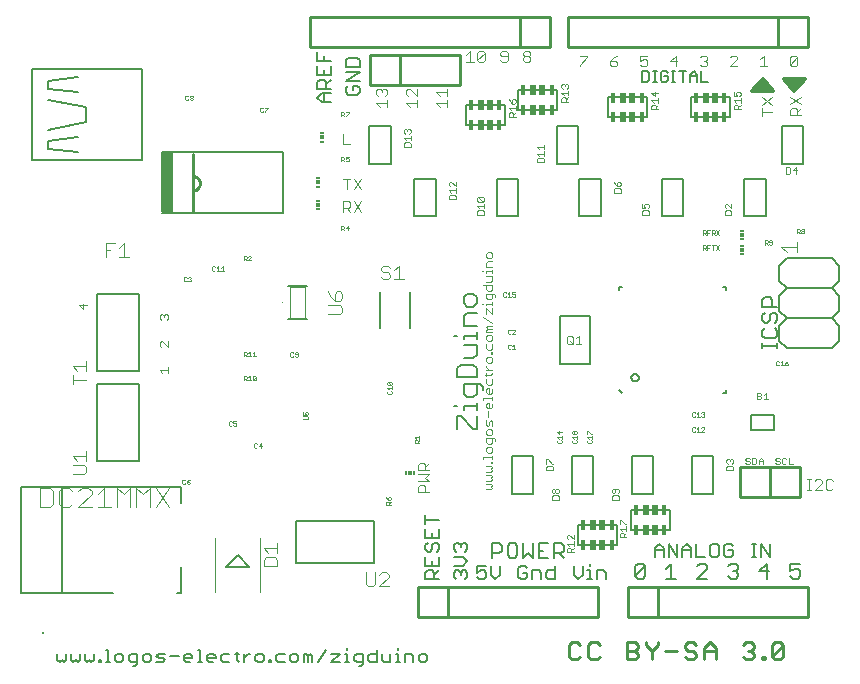
<source format=gto>
G75*
G70*
%OFA0B0*%
%FSLAX24Y24*%
%IPPOS*%
%LPD*%
%AMOC8*
5,1,8,0,0,1.08239X$1,22.5*
%
%ADD10C,0.0050*%
%ADD11C,0.0040*%
%ADD12C,0.0060*%
%ADD13C,0.0080*%
%ADD14C,0.0100*%
%ADD15C,0.0120*%
%ADD16C,0.0110*%
%ADD17C,0.0030*%
%ADD18C,0.0020*%
%ADD19C,0.0002*%
%ADD20C,0.0010*%
%ADD21R,0.0059X0.0118*%
%ADD22R,0.0118X0.0118*%
%ADD23R,0.0118X0.0059*%
%ADD24R,0.0384X0.2047*%
%ADD25C,0.0070*%
%ADD26C,0.0004*%
%ADD27C,0.0030*%
%ADD28R,0.0150X0.0350*%
%ADD29R,0.0200X0.0350*%
D10*
X000137Y002640D02*
X003197Y002640D01*
X001507Y002650D02*
X001507Y006180D01*
X000137Y006180D01*
X000137Y002640D01*
X001507Y006180D02*
X005447Y006180D01*
X005447Y005640D01*
X005447Y003515D02*
X005447Y002640D01*
X005322Y002640D01*
X013610Y003110D02*
X013610Y003335D01*
X013685Y003411D01*
X013835Y003411D01*
X013910Y003335D01*
X013910Y003110D01*
X014060Y003110D02*
X013610Y003110D01*
X013910Y003260D02*
X014060Y003411D01*
X014060Y003571D02*
X014060Y003871D01*
X013985Y004031D02*
X014060Y004106D01*
X014060Y004256D01*
X013985Y004331D01*
X013910Y004331D01*
X013835Y004256D01*
X013835Y004106D01*
X013760Y004031D01*
X013685Y004031D01*
X013610Y004106D01*
X013610Y004256D01*
X013685Y004331D01*
X013610Y004491D02*
X014060Y004491D01*
X014060Y004792D01*
X013835Y004641D02*
X013835Y004491D01*
X013610Y004491D02*
X013610Y004792D01*
X013610Y004952D02*
X013610Y005252D01*
X013610Y005102D02*
X014060Y005102D01*
X014635Y004331D02*
X014710Y004331D01*
X014785Y004256D01*
X014860Y004331D01*
X014935Y004331D01*
X015010Y004256D01*
X015010Y004106D01*
X014935Y004031D01*
X014860Y003871D02*
X014560Y003871D01*
X014635Y004031D02*
X014560Y004106D01*
X014560Y004256D01*
X014635Y004331D01*
X014785Y004256D02*
X014785Y004181D01*
X014860Y003871D02*
X015010Y003721D01*
X014860Y003571D01*
X014560Y003571D01*
X014635Y003411D02*
X014710Y003411D01*
X014785Y003335D01*
X014860Y003411D01*
X014935Y003411D01*
X015010Y003335D01*
X015010Y003185D01*
X014935Y003110D01*
X014785Y003260D02*
X014785Y003335D01*
X014635Y003411D02*
X014560Y003335D01*
X014560Y003185D01*
X014635Y003110D01*
X014060Y003571D02*
X013610Y003571D01*
X013610Y003871D01*
X013835Y003721D02*
X013835Y003571D01*
X015325Y003561D02*
X015325Y003335D01*
X015475Y003411D01*
X015550Y003411D01*
X015625Y003335D01*
X015625Y003185D01*
X015550Y003110D01*
X015400Y003110D01*
X015325Y003185D01*
X015325Y003561D02*
X015625Y003561D01*
X015785Y003561D02*
X015785Y003260D01*
X015935Y003110D01*
X016086Y003260D01*
X016086Y003561D01*
X016706Y003486D02*
X016706Y003185D01*
X016781Y003110D01*
X016931Y003110D01*
X017006Y003185D01*
X017006Y003335D01*
X016856Y003335D01*
X016706Y003486D02*
X016781Y003561D01*
X016931Y003561D01*
X017006Y003486D01*
X017166Y003411D02*
X017391Y003411D01*
X017467Y003335D01*
X017467Y003110D01*
X017627Y003185D02*
X017627Y003335D01*
X017702Y003411D01*
X017927Y003411D01*
X017927Y003561D02*
X017927Y003110D01*
X017702Y003110D01*
X017627Y003185D01*
X017166Y003110D02*
X017166Y003411D01*
X018547Y003561D02*
X018547Y003260D01*
X018698Y003110D01*
X018848Y003260D01*
X018848Y003561D01*
X019008Y003411D02*
X019083Y003411D01*
X019083Y003110D01*
X019008Y003110D02*
X019158Y003110D01*
X019315Y003110D02*
X019315Y003411D01*
X019540Y003411D01*
X019615Y003335D01*
X019615Y003110D01*
X019083Y003561D02*
X019083Y003636D01*
X018697Y004256D02*
X019996Y004256D01*
X019996Y004925D01*
X018697Y004925D01*
X018697Y004256D01*
X020447Y004756D02*
X021746Y004756D01*
X021746Y005425D01*
X020447Y005425D01*
X020447Y004756D01*
X020492Y005961D02*
X021201Y005961D01*
X021201Y007220D01*
X020492Y007220D01*
X020492Y005961D01*
X019201Y005961D02*
X018492Y005961D01*
X018492Y007220D01*
X019201Y007220D01*
X019201Y005961D01*
X017201Y005961D02*
X016492Y005961D01*
X016492Y007220D01*
X017201Y007220D01*
X017201Y005961D01*
X020173Y009319D02*
X020075Y009417D01*
X020472Y009840D02*
X020474Y009862D01*
X020480Y009883D01*
X020489Y009902D01*
X020501Y009920D01*
X020517Y009936D01*
X020534Y009948D01*
X020554Y009957D01*
X020575Y009963D01*
X020597Y009965D01*
X020619Y009963D01*
X020640Y009957D01*
X020659Y009948D01*
X020677Y009936D01*
X020693Y009920D01*
X020705Y009902D01*
X020714Y009883D01*
X020720Y009862D01*
X020722Y009840D01*
X020720Y009818D01*
X020714Y009797D01*
X020705Y009778D01*
X020693Y009760D01*
X020677Y009744D01*
X020660Y009732D01*
X020640Y009723D01*
X020619Y009717D01*
X020597Y009715D01*
X020575Y009717D01*
X020554Y009723D01*
X020534Y009732D01*
X020517Y009744D01*
X020501Y009760D01*
X020489Y009777D01*
X020480Y009797D01*
X020474Y009818D01*
X020472Y009840D01*
X019089Y010303D02*
X018104Y010303D01*
X018104Y011878D01*
X019089Y011878D01*
X019089Y010303D01*
X020075Y012764D02*
X020075Y012862D01*
X020173Y012862D01*
X019451Y015211D02*
X018742Y015211D01*
X018742Y016470D01*
X019451Y016470D01*
X019451Y015211D01*
X021492Y015211D02*
X022201Y015211D01*
X022201Y016470D01*
X021492Y016470D01*
X021492Y015211D01*
X024242Y015211D02*
X024951Y015211D01*
X024951Y016470D01*
X024242Y016470D01*
X024242Y015211D01*
X025492Y016961D02*
X025492Y018220D01*
X026201Y018220D01*
X026201Y016961D01*
X025492Y016961D01*
X023746Y018506D02*
X022447Y018506D01*
X022447Y019175D01*
X023746Y019175D01*
X023746Y018506D01*
X023034Y019701D02*
X022800Y019701D01*
X022800Y020052D01*
X022665Y019935D02*
X022665Y019701D01*
X022665Y019876D02*
X022432Y019876D01*
X022432Y019935D02*
X022549Y020052D01*
X022665Y019935D01*
X022432Y019935D02*
X022432Y019701D01*
X022180Y019701D02*
X022180Y020052D01*
X022064Y020052D02*
X022297Y020052D01*
X021935Y020052D02*
X021818Y020052D01*
X021876Y020052D02*
X021876Y019701D01*
X021818Y019701D02*
X021935Y019701D01*
X021683Y019760D02*
X021683Y019876D01*
X021566Y019876D01*
X021450Y019760D02*
X021508Y019701D01*
X021625Y019701D01*
X021683Y019760D01*
X021450Y019760D02*
X021450Y019993D01*
X021508Y020052D01*
X021625Y020052D01*
X021683Y019993D01*
X021321Y020052D02*
X021204Y020052D01*
X021263Y020052D02*
X021263Y019701D01*
X021321Y019701D02*
X021204Y019701D01*
X021069Y019760D02*
X021069Y019993D01*
X021011Y020052D01*
X020836Y020052D01*
X020836Y019701D01*
X021011Y019701D01*
X021069Y019760D01*
X020996Y019175D02*
X019697Y019175D01*
X019697Y018506D01*
X020996Y018506D01*
X020996Y019175D01*
X018701Y018220D02*
X018701Y016961D01*
X017992Y016961D01*
X017992Y018220D01*
X018701Y018220D01*
X017996Y018756D02*
X016697Y018756D01*
X016697Y019425D01*
X017996Y019425D01*
X017996Y018756D01*
X016246Y018925D02*
X016246Y018256D01*
X014947Y018256D01*
X014947Y018925D01*
X016246Y018925D01*
X015992Y016470D02*
X016701Y016470D01*
X016701Y015211D01*
X015992Y015211D01*
X015992Y016470D01*
X013951Y016470D02*
X013951Y015211D01*
X013242Y015211D01*
X013242Y016470D01*
X013951Y016470D01*
X012451Y016961D02*
X011742Y016961D01*
X011742Y018220D01*
X012451Y018220D01*
X012451Y016961D01*
X010460Y019010D02*
X010160Y019010D01*
X010010Y019160D01*
X010160Y019311D01*
X010460Y019311D01*
X010460Y019471D02*
X010010Y019471D01*
X010010Y019696D01*
X010085Y019771D01*
X010235Y019771D01*
X010310Y019696D01*
X010310Y019471D01*
X010310Y019621D02*
X010460Y019771D01*
X010460Y019931D02*
X010010Y019931D01*
X010010Y020231D01*
X010010Y020391D02*
X010010Y020692D01*
X010235Y020541D02*
X010235Y020391D01*
X010460Y020391D02*
X010010Y020391D01*
X010235Y020081D02*
X010235Y019931D01*
X010460Y019931D02*
X010460Y020231D01*
X010964Y020191D02*
X010964Y020416D01*
X011039Y020491D01*
X011339Y020491D01*
X011414Y020416D01*
X011414Y020191D01*
X010964Y020191D01*
X010964Y020031D02*
X011414Y020031D01*
X010964Y019731D01*
X011414Y019731D01*
X011339Y019571D02*
X011189Y019571D01*
X011189Y019420D01*
X011039Y019270D02*
X011339Y019270D01*
X011414Y019345D01*
X011414Y019495D01*
X011339Y019571D01*
X011039Y019571D02*
X010964Y019495D01*
X010964Y019345D01*
X011039Y019270D01*
X010235Y019311D02*
X010235Y019010D01*
X004146Y020106D02*
X004146Y017075D01*
X000504Y017075D01*
X000504Y020106D01*
X004146Y020106D01*
X002280Y018840D02*
X002280Y018340D01*
X001030Y018090D01*
X001030Y017715D02*
X002030Y017840D01*
X002030Y017340D02*
X001030Y017465D01*
X001030Y017715D01*
X001030Y019090D02*
X002280Y018840D01*
X002030Y019340D02*
X001030Y019465D01*
X001030Y019715D01*
X002030Y019840D01*
X009032Y012900D02*
X009662Y012900D01*
X009662Y011781D02*
X009032Y011781D01*
X022492Y007220D02*
X022492Y005961D01*
X023201Y005961D01*
X023201Y007220D01*
X022492Y007220D01*
X024453Y008094D02*
X024453Y008587D01*
X025240Y008587D01*
X025240Y008094D01*
X024453Y008094D01*
X023618Y009319D02*
X023520Y009319D01*
X023618Y009319D02*
X023618Y009417D01*
X023618Y012764D02*
X023618Y012862D01*
X023520Y012862D01*
D11*
X025476Y014194D02*
X025987Y014194D01*
X025987Y014364D02*
X025987Y014023D01*
X025646Y014023D02*
X025476Y014194D01*
X025766Y018574D02*
X025766Y018754D01*
X025826Y018814D01*
X025946Y018814D01*
X026007Y018754D01*
X026007Y018574D01*
X026127Y018574D02*
X025766Y018574D01*
X026007Y018694D02*
X026127Y018814D01*
X026127Y018942D02*
X025766Y019182D01*
X025766Y018942D02*
X026127Y019182D01*
X025178Y019178D02*
X024818Y018937D01*
X024818Y018809D02*
X024818Y018569D01*
X024818Y018689D02*
X025178Y018689D01*
X025178Y018937D02*
X024818Y019178D01*
X024767Y020210D02*
X025007Y020210D01*
X024887Y020210D02*
X024887Y020571D01*
X024767Y020451D01*
X024007Y020451D02*
X024007Y020511D01*
X023947Y020571D01*
X023827Y020571D01*
X023767Y020511D01*
X024007Y020451D02*
X023767Y020210D01*
X024007Y020210D01*
X023007Y020271D02*
X022947Y020210D01*
X022827Y020210D01*
X022767Y020271D01*
X022887Y020391D02*
X022947Y020391D01*
X023007Y020331D01*
X023007Y020271D01*
X022947Y020391D02*
X023007Y020451D01*
X023007Y020511D01*
X022947Y020571D01*
X022827Y020571D01*
X022767Y020511D01*
X022007Y020391D02*
X021767Y020391D01*
X021947Y020571D01*
X021947Y020210D01*
X021007Y020271D02*
X020947Y020210D01*
X020827Y020210D01*
X020767Y020271D01*
X020767Y020391D02*
X020887Y020451D01*
X020947Y020451D01*
X021007Y020391D01*
X021007Y020271D01*
X020767Y020391D02*
X020767Y020571D01*
X021007Y020571D01*
X020007Y020571D02*
X019887Y020511D01*
X019767Y020391D01*
X019947Y020391D01*
X020007Y020331D01*
X020007Y020271D01*
X019947Y020210D01*
X019827Y020210D01*
X019767Y020271D01*
X019767Y020391D01*
X019007Y020511D02*
X018767Y020271D01*
X018767Y020210D01*
X018767Y020571D02*
X019007Y020571D01*
X019007Y020511D01*
X025767Y020511D02*
X025767Y020271D01*
X026007Y020511D01*
X026007Y020271D01*
X025947Y020210D01*
X025827Y020210D01*
X025767Y020271D01*
X025767Y020511D02*
X025827Y020571D01*
X025947Y020571D01*
X026007Y020511D01*
X012884Y013110D02*
X012577Y013110D01*
X012730Y013110D02*
X012730Y013571D01*
X012577Y013417D01*
X012424Y013494D02*
X012347Y013571D01*
X012193Y013571D01*
X012117Y013494D01*
X012117Y013417D01*
X012193Y013341D01*
X012347Y013341D01*
X012424Y013264D01*
X012424Y013187D01*
X012347Y013110D01*
X012193Y013110D01*
X012117Y013187D01*
X010827Y012630D02*
X010827Y012477D01*
X010750Y012400D01*
X010596Y012400D01*
X010596Y012630D01*
X010673Y012707D01*
X010750Y012707D01*
X010827Y012630D01*
X010596Y012400D02*
X010443Y012554D01*
X010366Y012707D01*
X010366Y012247D02*
X010750Y012247D01*
X010827Y012170D01*
X010827Y012016D01*
X010750Y011940D01*
X010366Y011940D01*
X010867Y015360D02*
X010867Y015721D01*
X011047Y015721D01*
X011107Y015661D01*
X011107Y015541D01*
X011047Y015481D01*
X010867Y015481D01*
X010987Y015481D02*
X011107Y015360D01*
X011235Y015360D02*
X011475Y015721D01*
X011235Y015721D02*
X011475Y015360D01*
X011475Y016110D02*
X011235Y016471D01*
X011107Y016471D02*
X010867Y016471D01*
X010987Y016471D02*
X010987Y016110D01*
X011235Y016110D02*
X011475Y016471D01*
X011107Y017610D02*
X010867Y017610D01*
X010867Y017971D01*
X003713Y013860D02*
X003406Y013860D01*
X003560Y013860D02*
X003560Y014321D01*
X003406Y014167D01*
X003253Y014321D02*
X002946Y014321D01*
X002946Y013860D01*
X002946Y014091D02*
X003099Y014091D01*
X002327Y012251D02*
X002046Y012251D01*
X002186Y012110D01*
X002186Y012297D01*
X002307Y010378D02*
X002307Y010071D01*
X002307Y010224D02*
X001846Y010224D01*
X002000Y010071D01*
X001846Y009917D02*
X001846Y009610D01*
X001846Y009764D02*
X002307Y009764D01*
X004746Y010095D02*
X005027Y010095D01*
X005027Y010188D02*
X005027Y010001D01*
X004840Y010001D02*
X004746Y010095D01*
X004797Y010852D02*
X004750Y010899D01*
X004750Y010992D01*
X004797Y011039D01*
X004844Y011039D01*
X005030Y010852D01*
X005030Y011039D01*
X004980Y011762D02*
X005027Y011809D01*
X005027Y011902D01*
X004980Y011949D01*
X004933Y011949D01*
X004886Y011902D01*
X004886Y011856D01*
X004886Y011902D02*
X004840Y011949D01*
X004793Y011949D01*
X004746Y011902D01*
X004746Y011809D01*
X004793Y011762D01*
X002307Y007378D02*
X002307Y007071D01*
X002307Y007224D02*
X001846Y007224D01*
X002000Y007071D01*
X001846Y006917D02*
X002230Y006917D01*
X002307Y006841D01*
X002307Y006687D01*
X002230Y006610D01*
X001846Y006610D01*
X001730Y006171D02*
X001509Y006171D01*
X001399Y006061D01*
X001399Y005621D01*
X001509Y005510D01*
X001730Y005510D01*
X001840Y005621D01*
X002044Y005510D02*
X002484Y005951D01*
X002484Y006061D01*
X002374Y006171D01*
X002154Y006171D01*
X002044Y006061D01*
X001840Y006061D02*
X001730Y006171D01*
X001195Y006061D02*
X001085Y006171D01*
X000755Y006171D01*
X000755Y005510D01*
X001085Y005510D01*
X001195Y005621D01*
X001195Y006061D01*
X002044Y005510D02*
X002484Y005510D01*
X002688Y005510D02*
X003129Y005510D01*
X003333Y005510D02*
X003333Y006171D01*
X003553Y005951D01*
X003773Y006171D01*
X003773Y005510D01*
X003977Y005510D02*
X003977Y006171D01*
X004198Y005951D01*
X004418Y006171D01*
X004418Y005510D01*
X004622Y005510D02*
X005062Y006171D01*
X004622Y006171D02*
X005062Y005510D01*
X006597Y004480D02*
X006597Y002700D01*
X008097Y002700D02*
X008097Y004480D01*
X008216Y004154D02*
X008677Y004154D01*
X008677Y004307D02*
X008677Y004000D01*
X008600Y003847D02*
X008293Y003847D01*
X008216Y003770D01*
X008216Y003540D01*
X008677Y003540D01*
X008677Y003770D01*
X008600Y003847D01*
X008370Y004000D02*
X008216Y004154D01*
X011617Y003341D02*
X011617Y002957D01*
X011693Y002880D01*
X011847Y002880D01*
X011924Y002957D01*
X011924Y003341D01*
X012077Y003264D02*
X012154Y003341D01*
X012307Y003341D01*
X012384Y003264D01*
X012384Y003187D01*
X012077Y002880D01*
X012384Y002880D01*
X013366Y006006D02*
X013366Y006186D01*
X013426Y006246D01*
X013546Y006246D01*
X013607Y006186D01*
X013607Y006006D01*
X013727Y006006D02*
X013366Y006006D01*
X013366Y006374D02*
X013727Y006374D01*
X013607Y006494D01*
X013727Y006614D01*
X013366Y006614D01*
X013366Y006742D02*
X013366Y006922D01*
X013426Y006982D01*
X013546Y006982D01*
X013607Y006922D01*
X013607Y006742D01*
X013727Y006742D02*
X013366Y006742D01*
X013607Y006862D02*
X013727Y006982D01*
X002909Y006171D02*
X002909Y005510D01*
X002688Y005951D02*
X002909Y006171D01*
X026337Y006080D02*
X026457Y006080D01*
X026397Y006080D02*
X026397Y006441D01*
X026337Y006441D02*
X026457Y006441D01*
X026582Y006381D02*
X026642Y006441D01*
X026762Y006441D01*
X026822Y006381D01*
X026822Y006321D01*
X026582Y006080D01*
X026822Y006080D01*
X026950Y006141D02*
X026950Y006381D01*
X027010Y006441D01*
X027131Y006441D01*
X027191Y006381D01*
X027191Y006141D02*
X027131Y006080D01*
X027010Y006080D01*
X026950Y006141D01*
D12*
X025080Y004304D02*
X025080Y003863D01*
X024787Y004304D01*
X024787Y003863D01*
X024626Y003863D02*
X024480Y003863D01*
X024553Y003863D02*
X024553Y004304D01*
X024480Y004304D02*
X024626Y004304D01*
X023853Y004230D02*
X023779Y004304D01*
X023632Y004304D01*
X023559Y004230D01*
X023559Y003937D01*
X023632Y003863D01*
X023779Y003863D01*
X023853Y003937D01*
X023853Y004083D01*
X023706Y004083D01*
X023392Y003937D02*
X023392Y004230D01*
X023319Y004304D01*
X023172Y004304D01*
X023099Y004230D01*
X023099Y003937D01*
X023172Y003863D01*
X023319Y003863D01*
X023392Y003937D01*
X023784Y003626D02*
X023951Y003626D01*
X024035Y003542D01*
X024035Y003459D01*
X023951Y003375D01*
X024035Y003292D01*
X024035Y003209D01*
X023951Y003125D01*
X023784Y003125D01*
X023701Y003209D01*
X023868Y003375D02*
X023951Y003375D01*
X023701Y003542D02*
X023784Y003626D01*
X023003Y003542D02*
X022920Y003626D01*
X022753Y003626D01*
X022670Y003542D01*
X022638Y003863D02*
X022932Y003863D01*
X022638Y003863D02*
X022638Y004304D01*
X022471Y004157D02*
X022471Y003863D01*
X022471Y004083D02*
X022178Y004083D01*
X022178Y004157D02*
X022325Y004304D01*
X022471Y004157D01*
X022178Y004157D02*
X022178Y003863D01*
X022011Y003863D02*
X022011Y004304D01*
X021718Y004304D02*
X022011Y003863D01*
X021718Y003863D02*
X021718Y004304D01*
X021551Y004157D02*
X021551Y003863D01*
X021551Y004083D02*
X021257Y004083D01*
X021257Y004157D02*
X021404Y004304D01*
X021551Y004157D01*
X021257Y004157D02*
X021257Y003863D01*
X020941Y003542D02*
X020857Y003626D01*
X020691Y003626D01*
X020607Y003542D01*
X020607Y003209D01*
X020941Y003542D01*
X020941Y003209D01*
X020857Y003125D01*
X020691Y003125D01*
X020607Y003209D01*
X021638Y003125D02*
X021972Y003125D01*
X021805Y003125D02*
X021805Y003626D01*
X021638Y003459D01*
X022670Y003125D02*
X023003Y003459D01*
X023003Y003542D01*
X023003Y003125D02*
X022670Y003125D01*
X024732Y003375D02*
X025066Y003375D01*
X024982Y003125D02*
X024982Y003626D01*
X024732Y003375D01*
X025763Y003375D02*
X025930Y003459D01*
X026014Y003459D01*
X026097Y003375D01*
X026097Y003209D01*
X026014Y003125D01*
X025847Y003125D01*
X025763Y003209D01*
X025763Y003375D02*
X025763Y003626D01*
X026097Y003626D01*
X025652Y010821D02*
X027152Y010821D01*
X027402Y011071D01*
X027402Y011571D01*
X027152Y011821D01*
X025652Y011821D01*
X025402Y011571D01*
X025402Y011071D01*
X025652Y010821D01*
X025332Y010810D02*
X025332Y010977D01*
X025332Y010894D02*
X024831Y010894D01*
X024831Y010977D02*
X024831Y010810D01*
X024915Y011154D02*
X025248Y011154D01*
X025332Y011237D01*
X025332Y011404D01*
X025248Y011487D01*
X025248Y011669D02*
X025332Y011753D01*
X025332Y011920D01*
X025248Y012003D01*
X025165Y012003D01*
X025082Y011920D01*
X025082Y011753D01*
X024998Y011669D01*
X024915Y011669D01*
X024831Y011753D01*
X024831Y011920D01*
X024915Y012003D01*
X024831Y012185D02*
X024831Y012435D01*
X024915Y012519D01*
X025082Y012519D01*
X025165Y012435D01*
X025165Y012185D01*
X025332Y012185D02*
X024831Y012185D01*
X025402Y012071D02*
X025402Y012571D01*
X025652Y012821D01*
X027152Y012821D01*
X027402Y012571D01*
X027402Y012071D01*
X027152Y011821D01*
X027152Y012821D02*
X027402Y013071D01*
X027402Y013571D01*
X027152Y013821D01*
X025652Y013821D01*
X025402Y013571D01*
X025402Y013071D01*
X025652Y012821D01*
X025402Y012071D02*
X025652Y011821D01*
X024915Y011487D02*
X024831Y011404D01*
X024831Y011237D01*
X024915Y011154D01*
X015530Y009515D02*
X015530Y009408D01*
X015530Y009515D02*
X015423Y009622D01*
X014890Y009622D01*
X014890Y009301D01*
X014996Y009195D01*
X015210Y009195D01*
X015317Y009301D01*
X015317Y009622D01*
X015317Y009839D02*
X015317Y010159D01*
X015210Y010266D01*
X014783Y010266D01*
X014676Y010159D01*
X014676Y009839D01*
X015317Y009839D01*
X015210Y010484D02*
X014890Y010484D01*
X015210Y010484D02*
X015317Y010590D01*
X015317Y010911D01*
X014890Y010911D01*
X014890Y011128D02*
X014890Y011235D01*
X015317Y011235D01*
X015317Y011128D02*
X015317Y011342D01*
X015317Y011558D02*
X014890Y011558D01*
X014890Y011878D01*
X014996Y011985D01*
X015317Y011985D01*
X015210Y012202D02*
X015317Y012309D01*
X015317Y012523D01*
X015210Y012629D01*
X014996Y012629D01*
X014890Y012523D01*
X014890Y012309D01*
X014996Y012202D01*
X015210Y012202D01*
X014676Y011235D02*
X014569Y011235D01*
X014569Y008872D02*
X014676Y008872D01*
X014890Y008872D02*
X014890Y008765D01*
X014890Y008872D02*
X015317Y008872D01*
X015317Y008765D02*
X015317Y008979D01*
X015317Y008547D02*
X015317Y008120D01*
X015210Y008120D01*
X014783Y008547D01*
X014676Y008547D01*
X014676Y008120D01*
D13*
X001415Y000345D02*
X001345Y000415D01*
X001345Y000625D01*
X001485Y000415D02*
X001415Y000345D01*
X001485Y000415D02*
X001555Y000345D01*
X001625Y000415D01*
X001625Y000625D01*
X001806Y000625D02*
X001806Y000415D01*
X001876Y000345D01*
X001946Y000415D01*
X002016Y000345D01*
X002086Y000415D01*
X002086Y000625D01*
X002266Y000625D02*
X002266Y000415D01*
X002336Y000345D01*
X002406Y000415D01*
X002476Y000345D01*
X002546Y000415D01*
X002546Y000625D01*
X002726Y000415D02*
X002796Y000415D01*
X002796Y000345D01*
X002726Y000345D01*
X002726Y000415D01*
X002956Y000345D02*
X003097Y000345D01*
X003026Y000345D02*
X003026Y000765D01*
X002956Y000765D01*
X003263Y000555D02*
X003263Y000415D01*
X003333Y000345D01*
X003473Y000345D01*
X003544Y000415D01*
X003544Y000555D01*
X003473Y000625D01*
X003333Y000625D01*
X003263Y000555D01*
X003724Y000555D02*
X003724Y000415D01*
X003794Y000345D01*
X004004Y000345D01*
X004004Y000275D02*
X004004Y000625D01*
X003794Y000625D01*
X003724Y000555D01*
X004004Y000275D02*
X003934Y000205D01*
X003864Y000205D01*
X004184Y000415D02*
X004254Y000345D01*
X004394Y000345D01*
X004464Y000415D01*
X004464Y000555D01*
X004394Y000625D01*
X004254Y000625D01*
X004184Y000555D01*
X004184Y000415D01*
X004644Y000345D02*
X004855Y000345D01*
X004925Y000415D01*
X004855Y000485D01*
X004714Y000485D01*
X004644Y000555D01*
X004714Y000625D01*
X004925Y000625D01*
X005105Y000555D02*
X005385Y000555D01*
X005565Y000555D02*
X005565Y000415D01*
X005635Y000345D01*
X005775Y000345D01*
X005845Y000485D02*
X005565Y000485D01*
X005565Y000555D02*
X005635Y000625D01*
X005775Y000625D01*
X005845Y000555D01*
X005845Y000485D01*
X006025Y000345D02*
X006166Y000345D01*
X006095Y000345D02*
X006095Y000765D01*
X006025Y000765D01*
X006332Y000555D02*
X006402Y000625D01*
X006542Y000625D01*
X006613Y000555D01*
X006613Y000485D01*
X006332Y000485D01*
X006332Y000415D02*
X006332Y000555D01*
X006332Y000415D02*
X006402Y000345D01*
X006542Y000345D01*
X006793Y000415D02*
X006863Y000345D01*
X007073Y000345D01*
X007323Y000415D02*
X007393Y000345D01*
X007323Y000415D02*
X007323Y000695D01*
X007253Y000625D02*
X007393Y000625D01*
X007560Y000625D02*
X007560Y000345D01*
X007560Y000485D02*
X007700Y000625D01*
X007770Y000625D01*
X007944Y000555D02*
X007944Y000415D01*
X008014Y000345D01*
X008154Y000345D01*
X008224Y000415D01*
X008224Y000555D01*
X008154Y000625D01*
X008014Y000625D01*
X007944Y000555D01*
X008404Y000415D02*
X008474Y000415D01*
X008474Y000345D01*
X008404Y000345D01*
X008404Y000415D01*
X008634Y000415D02*
X008634Y000555D01*
X008704Y000625D01*
X008914Y000625D01*
X009094Y000555D02*
X009094Y000415D01*
X009164Y000345D01*
X009305Y000345D01*
X009375Y000415D01*
X009375Y000555D01*
X009305Y000625D01*
X009164Y000625D01*
X009094Y000555D01*
X008914Y000345D02*
X008704Y000345D01*
X008634Y000415D01*
X009555Y000345D02*
X009555Y000625D01*
X009625Y000625D01*
X009695Y000555D01*
X009765Y000625D01*
X009835Y000555D01*
X009835Y000345D01*
X009695Y000345D02*
X009695Y000555D01*
X010015Y000345D02*
X010295Y000765D01*
X010475Y000625D02*
X010756Y000625D01*
X010475Y000345D01*
X010756Y000345D01*
X010936Y000345D02*
X011076Y000345D01*
X011006Y000345D02*
X011006Y000625D01*
X010936Y000625D01*
X011006Y000765D02*
X011006Y000835D01*
X011243Y000555D02*
X011243Y000415D01*
X011313Y000345D01*
X011523Y000345D01*
X011523Y000275D02*
X011523Y000625D01*
X011313Y000625D01*
X011243Y000555D01*
X011523Y000275D02*
X011453Y000205D01*
X011383Y000205D01*
X011703Y000415D02*
X011703Y000555D01*
X011773Y000625D01*
X011983Y000625D01*
X011983Y000765D02*
X011983Y000345D01*
X011773Y000345D01*
X011703Y000415D01*
X012163Y000415D02*
X012163Y000625D01*
X012163Y000415D02*
X012233Y000345D01*
X012444Y000345D01*
X012444Y000625D01*
X012624Y000625D02*
X012694Y000625D01*
X012694Y000345D01*
X012624Y000345D02*
X012764Y000345D01*
X012931Y000345D02*
X012931Y000625D01*
X013141Y000625D01*
X013211Y000555D01*
X013211Y000345D01*
X013391Y000415D02*
X013391Y000555D01*
X013461Y000625D01*
X013601Y000625D01*
X013671Y000555D01*
X013671Y000415D01*
X013601Y000345D01*
X013461Y000345D01*
X013391Y000415D01*
X012694Y000765D02*
X012694Y000835D01*
X011887Y003640D02*
X009306Y003640D01*
X009306Y005040D01*
X011887Y005040D01*
X011887Y003640D01*
X007740Y003514D02*
X006953Y003514D01*
X007347Y003917D01*
X007740Y003514D01*
X007073Y000625D02*
X006863Y000625D01*
X006793Y000555D01*
X006793Y000415D01*
X004047Y007050D02*
X002647Y007050D01*
X002647Y009631D01*
X004047Y009631D01*
X004047Y007050D01*
X004047Y010050D02*
X002647Y010050D01*
X002647Y012630D01*
X004047Y012630D01*
X004047Y010050D01*
X004839Y015317D02*
X008854Y015317D01*
X008854Y017364D01*
X004839Y017364D01*
X012104Y012681D02*
X012104Y011500D01*
X013089Y011500D02*
X013089Y012681D01*
D14*
X005847Y015390D02*
X005847Y017290D01*
X005897Y016540D02*
X005925Y016535D01*
X005953Y016526D01*
X005979Y016514D01*
X006003Y016499D01*
X006025Y016481D01*
X006045Y016460D01*
X006062Y016437D01*
X006076Y016412D01*
X006087Y016386D01*
X006094Y016358D01*
X006098Y016329D01*
X006098Y016301D01*
X006094Y016272D01*
X006087Y016244D01*
X006076Y016218D01*
X006062Y016193D01*
X006045Y016170D01*
X006025Y016149D01*
X006003Y016131D01*
X005979Y016116D01*
X005953Y016104D01*
X005925Y016095D01*
X005897Y016090D01*
X009747Y020840D02*
X016747Y020840D01*
X016747Y021840D01*
X017747Y021840D02*
X009747Y021840D01*
X009747Y020840D01*
X011747Y020590D02*
X011747Y019590D01*
X014747Y019590D01*
X014747Y020590D01*
X012747Y020590D01*
X012747Y019590D01*
X012747Y020590D02*
X011747Y020590D01*
X016747Y020840D02*
X017747Y020840D01*
X017747Y021840D01*
X018347Y021840D02*
X026347Y021840D01*
X026347Y020840D01*
X025347Y020840D01*
X025347Y021840D01*
X025347Y020840D02*
X018347Y020840D01*
X018347Y021840D01*
X024097Y006840D02*
X024097Y005840D01*
X025097Y005840D01*
X025097Y006840D01*
X024097Y006840D02*
X026097Y006840D01*
X026097Y005840D01*
X025097Y005840D01*
X026347Y002840D02*
X021347Y002840D01*
X021347Y001840D01*
X020347Y001840D02*
X020347Y002840D01*
X021347Y002840D01*
X020347Y001840D02*
X026347Y001840D01*
X026347Y002840D01*
X019347Y002840D02*
X019347Y001840D01*
X013347Y001840D01*
X013347Y002840D01*
X014347Y002840D01*
X014347Y001840D01*
X014347Y002840D02*
X019347Y002840D01*
D15*
X024497Y019390D02*
X024847Y019790D01*
X025197Y019390D01*
X024497Y019390D01*
X024647Y019540D02*
X024847Y019740D01*
X024997Y019490D01*
X024697Y019490D01*
X024897Y019640D01*
X025547Y019790D02*
X025897Y019390D01*
X026247Y019790D01*
X025547Y019790D01*
X025697Y019690D02*
X026097Y019690D01*
X025897Y019490D01*
X025747Y019790D01*
X025947Y019790D01*
X025897Y019690D02*
X025897Y019640D01*
D16*
X025443Y001030D02*
X025541Y000932D01*
X025148Y000538D01*
X025246Y000440D01*
X025443Y000440D01*
X025541Y000538D01*
X025541Y000932D01*
X025443Y001030D02*
X025246Y001030D01*
X025148Y000932D01*
X025148Y000538D01*
X024924Y000538D02*
X024924Y000440D01*
X024825Y000440D01*
X024825Y000538D01*
X024924Y000538D01*
X024575Y000538D02*
X024476Y000440D01*
X024279Y000440D01*
X024181Y000538D01*
X024378Y000735D02*
X024476Y000735D01*
X024575Y000637D01*
X024575Y000538D01*
X024476Y000735D02*
X024575Y000834D01*
X024575Y000932D01*
X024476Y001030D01*
X024279Y001030D01*
X024181Y000932D01*
X023286Y000834D02*
X023286Y000440D01*
X023286Y000735D02*
X022892Y000735D01*
X022892Y000834D02*
X023089Y001030D01*
X023286Y000834D01*
X022892Y000834D02*
X022892Y000440D01*
X022641Y000538D02*
X022543Y000440D01*
X022346Y000440D01*
X022247Y000538D01*
X022346Y000735D02*
X022543Y000735D01*
X022641Y000637D01*
X022641Y000538D01*
X022346Y000735D02*
X022247Y000834D01*
X022247Y000932D01*
X022346Y001030D01*
X022543Y001030D01*
X022641Y000932D01*
X021996Y000735D02*
X021603Y000735D01*
X021352Y000932D02*
X021352Y001030D01*
X021352Y000932D02*
X021155Y000735D01*
X021155Y000440D01*
X020707Y000538D02*
X020609Y000440D01*
X020314Y000440D01*
X020314Y001030D01*
X020609Y001030D01*
X020707Y000932D01*
X020707Y000834D01*
X020609Y000735D01*
X020314Y000735D01*
X020609Y000735D02*
X020707Y000637D01*
X020707Y000538D01*
X020958Y000932D02*
X021155Y000735D01*
X020958Y000932D02*
X020958Y001030D01*
X019418Y000932D02*
X019320Y001030D01*
X019123Y001030D01*
X019025Y000932D01*
X019025Y000538D01*
X019123Y000440D01*
X019320Y000440D01*
X019418Y000538D01*
X018774Y000538D02*
X018675Y000440D01*
X018479Y000440D01*
X018380Y000538D01*
X018380Y000932D01*
X018479Y001030D01*
X018675Y001030D01*
X018774Y000932D01*
D17*
X015783Y006105D02*
X015832Y006154D01*
X015783Y006202D01*
X015832Y006251D01*
X015783Y006299D01*
X015638Y006299D01*
X015638Y006400D02*
X015783Y006400D01*
X015832Y006448D01*
X015783Y006497D01*
X015832Y006545D01*
X015783Y006594D01*
X015638Y006594D01*
X015638Y006695D02*
X015783Y006695D01*
X015832Y006743D01*
X015783Y006791D01*
X015832Y006840D01*
X015783Y006888D01*
X015638Y006888D01*
X015783Y006989D02*
X015783Y007038D01*
X015832Y007038D01*
X015832Y006989D01*
X015783Y006989D01*
X015832Y007137D02*
X015832Y007233D01*
X015832Y007185D02*
X015541Y007185D01*
X015541Y007137D01*
X015686Y007333D02*
X015783Y007333D01*
X015832Y007381D01*
X015832Y007478D01*
X015783Y007527D01*
X015686Y007527D01*
X015638Y007478D01*
X015638Y007381D01*
X015686Y007333D01*
X015686Y007628D02*
X015783Y007628D01*
X015832Y007676D01*
X015832Y007821D01*
X015880Y007821D02*
X015638Y007821D01*
X015638Y007676D01*
X015686Y007628D01*
X015928Y007725D02*
X015928Y007773D01*
X015880Y007821D01*
X015783Y007922D02*
X015832Y007971D01*
X015832Y008068D01*
X015783Y008116D01*
X015686Y008116D01*
X015638Y008068D01*
X015638Y007971D01*
X015686Y007922D01*
X015783Y007922D01*
X015832Y008217D02*
X015832Y008362D01*
X015783Y008411D01*
X015735Y008362D01*
X015735Y008265D01*
X015686Y008217D01*
X015638Y008265D01*
X015638Y008411D01*
X015686Y008512D02*
X015686Y008705D01*
X015686Y008806D02*
X015638Y008855D01*
X015638Y008951D01*
X015686Y009000D01*
X015735Y009000D01*
X015735Y008806D01*
X015783Y008806D02*
X015686Y008806D01*
X015783Y008806D02*
X015832Y008855D01*
X015832Y008951D01*
X015832Y009101D02*
X015832Y009198D01*
X015832Y009149D02*
X015541Y009149D01*
X015541Y009101D01*
X015686Y009297D02*
X015638Y009346D01*
X015638Y009443D01*
X015686Y009491D01*
X015735Y009491D01*
X015735Y009297D01*
X015783Y009297D02*
X015686Y009297D01*
X015783Y009297D02*
X015832Y009346D01*
X015832Y009443D01*
X015783Y009592D02*
X015832Y009640D01*
X015832Y009786D01*
X015783Y009935D02*
X015590Y009935D01*
X015638Y009887D02*
X015638Y009983D01*
X015638Y010083D02*
X015832Y010083D01*
X015735Y010083D02*
X015638Y010180D01*
X015638Y010228D01*
X015686Y010329D02*
X015783Y010329D01*
X015832Y010377D01*
X015832Y010474D01*
X015783Y010522D01*
X015686Y010522D01*
X015638Y010474D01*
X015638Y010377D01*
X015686Y010329D01*
X015832Y009983D02*
X015783Y009935D01*
X015638Y009786D02*
X015638Y009640D01*
X015686Y009592D01*
X015783Y009592D01*
X015783Y010623D02*
X015783Y010672D01*
X015832Y010672D01*
X015832Y010623D01*
X015783Y010623D01*
X015783Y010771D02*
X015832Y010819D01*
X015832Y010964D01*
X015783Y011065D02*
X015832Y011114D01*
X015832Y011210D01*
X015783Y011259D01*
X015686Y011259D01*
X015638Y011210D01*
X015638Y011114D01*
X015686Y011065D01*
X015783Y011065D01*
X015638Y010964D02*
X015638Y010819D01*
X015686Y010771D01*
X015783Y010771D01*
X015832Y011360D02*
X015638Y011360D01*
X015638Y011408D01*
X015686Y011457D01*
X015638Y011505D01*
X015686Y011553D01*
X015832Y011553D01*
X015832Y011457D02*
X015686Y011457D01*
X015832Y011655D02*
X015541Y011848D01*
X015638Y011949D02*
X015638Y012143D01*
X015832Y011949D01*
X015832Y012143D01*
X015832Y012244D02*
X015832Y012341D01*
X015832Y012292D02*
X015638Y012292D01*
X015638Y012244D01*
X015541Y012292D02*
X015493Y012292D01*
X015686Y012440D02*
X015783Y012440D01*
X015832Y012489D01*
X015832Y012634D01*
X015880Y012634D02*
X015638Y012634D01*
X015638Y012489D01*
X015686Y012440D01*
X015928Y012537D02*
X015928Y012585D01*
X015880Y012634D01*
X015783Y012735D02*
X015686Y012735D01*
X015638Y012783D01*
X015638Y012928D01*
X015541Y012928D02*
X015832Y012928D01*
X015832Y012783D01*
X015783Y012735D01*
X015783Y013030D02*
X015832Y013078D01*
X015832Y013223D01*
X015638Y013223D01*
X015638Y013324D02*
X015638Y013373D01*
X015832Y013373D01*
X015832Y013421D02*
X015832Y013324D01*
X015832Y013521D02*
X015638Y013521D01*
X015638Y013666D01*
X015686Y013714D01*
X015832Y013714D01*
X015783Y013815D02*
X015832Y013864D01*
X015832Y013960D01*
X015783Y014009D01*
X015686Y014009D01*
X015638Y013960D01*
X015638Y013864D01*
X015686Y013815D01*
X015783Y013815D01*
X015541Y013373D02*
X015493Y013373D01*
X015638Y013030D02*
X015783Y013030D01*
X018324Y011188D02*
X018324Y010994D01*
X018373Y010946D01*
X018469Y010946D01*
X018518Y010994D01*
X018518Y011188D01*
X018469Y011236D01*
X018373Y011236D01*
X018324Y011188D01*
X018421Y011043D02*
X018518Y010946D01*
X018619Y010946D02*
X018812Y010946D01*
X018716Y010946D02*
X018716Y011236D01*
X018619Y011139D01*
X015783Y006105D02*
X015638Y006105D01*
X014332Y018855D02*
X014332Y019102D01*
X014332Y019224D02*
X014332Y019471D01*
X014332Y019347D02*
X013961Y019347D01*
X014085Y019224D01*
X013961Y018979D02*
X014332Y018979D01*
X014085Y018855D02*
X013961Y018979D01*
X013332Y018979D02*
X012961Y018979D01*
X013085Y018855D01*
X013332Y018855D02*
X013332Y019102D01*
X013332Y019224D02*
X013085Y019471D01*
X013023Y019471D01*
X012961Y019409D01*
X012961Y019285D01*
X013023Y019224D01*
X013332Y019224D02*
X013332Y019471D01*
X012332Y019409D02*
X012332Y019285D01*
X012270Y019224D01*
X012332Y019102D02*
X012332Y018855D01*
X012332Y018979D02*
X011961Y018979D01*
X012085Y018855D01*
X012023Y019224D02*
X011961Y019285D01*
X011961Y019409D01*
X012023Y019471D01*
X012085Y019471D01*
X012146Y019409D01*
X012208Y019471D01*
X012270Y019471D01*
X012332Y019409D01*
X012146Y019409D02*
X012146Y019347D01*
X014972Y020355D02*
X015218Y020355D01*
X015095Y020355D02*
X015095Y020726D01*
X014972Y020602D01*
X015340Y020664D02*
X015340Y020417D01*
X015587Y020664D01*
X015587Y020417D01*
X015525Y020355D01*
X015402Y020355D01*
X015340Y020417D01*
X015340Y020664D02*
X015402Y020726D01*
X015525Y020726D01*
X015587Y020664D01*
X016112Y020664D02*
X016112Y020602D01*
X016173Y020541D01*
X016358Y020541D01*
X016358Y020664D02*
X016297Y020726D01*
X016173Y020726D01*
X016112Y020664D01*
X016358Y020664D02*
X016358Y020417D01*
X016297Y020355D01*
X016173Y020355D01*
X016112Y020417D01*
X016862Y020417D02*
X016862Y020479D01*
X016923Y020541D01*
X017047Y020541D01*
X017108Y020479D01*
X017108Y020417D01*
X017047Y020355D01*
X016923Y020355D01*
X016862Y020417D01*
X016923Y020541D02*
X016862Y020602D01*
X016862Y020664D01*
X016923Y020726D01*
X017047Y020726D01*
X017108Y020664D01*
X017108Y020602D01*
X017047Y020541D01*
D18*
X018144Y019580D02*
X018181Y019617D01*
X018217Y019617D01*
X018254Y019580D01*
X018291Y019617D01*
X018327Y019617D01*
X018364Y019580D01*
X018364Y019507D01*
X018327Y019470D01*
X018364Y019396D02*
X018364Y019249D01*
X018364Y019322D02*
X018144Y019322D01*
X018217Y019249D01*
X018181Y019175D02*
X018254Y019175D01*
X018291Y019138D01*
X018291Y019028D01*
X018364Y019028D02*
X018144Y019028D01*
X018144Y019138D01*
X018181Y019175D01*
X018291Y019101D02*
X018364Y019175D01*
X018181Y019470D02*
X018144Y019507D01*
X018144Y019580D01*
X018254Y019580D02*
X018254Y019543D01*
X016614Y019080D02*
X016577Y019117D01*
X016541Y019117D01*
X016504Y019080D01*
X016504Y018970D01*
X016577Y018970D01*
X016614Y019007D01*
X016614Y019080D01*
X016504Y018970D02*
X016431Y019043D01*
X016394Y019117D01*
X016394Y018822D02*
X016614Y018822D01*
X016614Y018749D02*
X016614Y018896D01*
X016467Y018749D02*
X016394Y018822D01*
X016431Y018675D02*
X016504Y018675D01*
X016541Y018638D01*
X016541Y018528D01*
X016614Y018528D02*
X016394Y018528D01*
X016394Y018638D01*
X016431Y018675D01*
X016541Y018601D02*
X016614Y018675D01*
X017549Y017599D02*
X017549Y017452D01*
X017549Y017525D02*
X017329Y017525D01*
X017402Y017452D01*
X017329Y017304D02*
X017549Y017304D01*
X017549Y017231D02*
X017549Y017378D01*
X017402Y017231D02*
X017329Y017304D01*
X017366Y017157D02*
X017329Y017120D01*
X017329Y017010D01*
X017549Y017010D01*
X017549Y017120D01*
X017513Y017157D01*
X017366Y017157D01*
X015549Y015812D02*
X015549Y015739D01*
X015513Y015702D01*
X015366Y015849D01*
X015513Y015849D01*
X015549Y015812D01*
X015513Y015702D02*
X015366Y015702D01*
X015329Y015739D01*
X015329Y015812D01*
X015366Y015849D01*
X015549Y015628D02*
X015549Y015481D01*
X015549Y015554D02*
X015329Y015554D01*
X015402Y015481D01*
X015366Y015407D02*
X015329Y015370D01*
X015329Y015260D01*
X015549Y015260D01*
X015549Y015370D01*
X015513Y015407D01*
X015366Y015407D01*
X014614Y015778D02*
X014614Y015888D01*
X014577Y015925D01*
X014431Y015925D01*
X014394Y015888D01*
X014394Y015778D01*
X014614Y015778D01*
X014614Y015999D02*
X014614Y016146D01*
X014614Y016072D02*
X014394Y016072D01*
X014467Y015999D01*
X014431Y016220D02*
X014394Y016257D01*
X014394Y016330D01*
X014431Y016367D01*
X014467Y016367D01*
X014614Y016220D01*
X014614Y016367D01*
X013114Y017528D02*
X013114Y017638D01*
X013077Y017675D01*
X012931Y017675D01*
X012894Y017638D01*
X012894Y017528D01*
X013114Y017528D01*
X013114Y017749D02*
X013114Y017896D01*
X013114Y017822D02*
X012894Y017822D01*
X012967Y017749D01*
X012931Y017970D02*
X012894Y018007D01*
X012894Y018080D01*
X012931Y018117D01*
X012967Y018117D01*
X013004Y018080D01*
X013041Y018117D01*
X013077Y018117D01*
X013114Y018080D01*
X013114Y018007D01*
X013077Y017970D01*
X013004Y018043D02*
X013004Y018080D01*
X019894Y016367D02*
X019931Y016293D01*
X020004Y016220D01*
X020004Y016330D01*
X020041Y016367D01*
X020077Y016367D01*
X020114Y016330D01*
X020114Y016257D01*
X020077Y016220D01*
X020004Y016220D01*
X020077Y016146D02*
X019931Y016146D01*
X019894Y016109D01*
X019894Y015999D01*
X020114Y015999D01*
X020114Y016109D01*
X020077Y016146D01*
X020829Y015628D02*
X020829Y015481D01*
X020939Y015481D01*
X020902Y015554D01*
X020902Y015591D01*
X020939Y015628D01*
X021013Y015628D01*
X021049Y015591D01*
X021049Y015518D01*
X021013Y015481D01*
X021013Y015407D02*
X020866Y015407D01*
X020829Y015370D01*
X020829Y015260D01*
X021049Y015260D01*
X021049Y015370D01*
X021013Y015407D01*
X023579Y015370D02*
X023579Y015260D01*
X023799Y015260D01*
X023799Y015370D01*
X023763Y015407D01*
X023616Y015407D01*
X023579Y015370D01*
X023616Y015481D02*
X023579Y015518D01*
X023579Y015591D01*
X023616Y015628D01*
X023652Y015628D01*
X023799Y015481D01*
X023799Y015628D01*
X025625Y016633D02*
X025735Y016633D01*
X025772Y016670D01*
X025772Y016817D01*
X025735Y016853D01*
X025625Y016853D01*
X025625Y016633D01*
X025846Y016743D02*
X025993Y016743D01*
X025956Y016633D02*
X025956Y016853D01*
X025846Y016743D01*
X024114Y018778D02*
X023894Y018778D01*
X023894Y018888D01*
X023931Y018925D01*
X024004Y018925D01*
X024041Y018888D01*
X024041Y018778D01*
X024041Y018851D02*
X024114Y018925D01*
X024114Y018999D02*
X024114Y019146D01*
X024114Y019072D02*
X023894Y019072D01*
X023967Y018999D01*
X024004Y019220D02*
X023967Y019293D01*
X023967Y019330D01*
X024004Y019367D01*
X024077Y019367D01*
X024114Y019330D01*
X024114Y019257D01*
X024077Y019220D01*
X024004Y019220D02*
X023894Y019220D01*
X023894Y019367D01*
X021364Y019330D02*
X021144Y019330D01*
X021254Y019220D01*
X021254Y019367D01*
X021364Y019146D02*
X021364Y018999D01*
X021364Y019072D02*
X021144Y019072D01*
X021217Y018999D01*
X021181Y018925D02*
X021254Y018925D01*
X021291Y018888D01*
X021291Y018778D01*
X021364Y018778D02*
X021144Y018778D01*
X021144Y018888D01*
X021181Y018925D01*
X021291Y018851D02*
X021364Y018925D01*
X024665Y009331D02*
X024775Y009331D01*
X024811Y009294D01*
X024811Y009257D01*
X024775Y009221D01*
X024665Y009221D01*
X024665Y009331D02*
X024665Y009110D01*
X024775Y009110D01*
X024811Y009147D01*
X024811Y009184D01*
X024775Y009221D01*
X024886Y009257D02*
X024959Y009331D01*
X024959Y009110D01*
X024886Y009110D02*
X025032Y009110D01*
X024792Y007171D02*
X024865Y007097D01*
X024865Y006950D01*
X024865Y007061D02*
X024719Y007061D01*
X024719Y007097D02*
X024792Y007171D01*
X024719Y007097D02*
X024719Y006950D01*
X024644Y006987D02*
X024644Y007134D01*
X024608Y007171D01*
X024498Y007171D01*
X024498Y006950D01*
X024608Y006950D01*
X024644Y006987D01*
X024423Y006987D02*
X024387Y006950D01*
X024313Y006950D01*
X024277Y006987D01*
X024313Y007061D02*
X024387Y007061D01*
X024423Y007024D01*
X024423Y006987D01*
X024313Y007061D02*
X024277Y007097D01*
X024277Y007134D01*
X024313Y007171D01*
X024387Y007171D01*
X024423Y007134D01*
X023864Y007080D02*
X023864Y007007D01*
X023827Y006970D01*
X023827Y006896D02*
X023681Y006896D01*
X023644Y006859D01*
X023644Y006749D01*
X023864Y006749D01*
X023864Y006859D01*
X023827Y006896D01*
X023681Y006970D02*
X023644Y007007D01*
X023644Y007080D01*
X023681Y007117D01*
X023717Y007117D01*
X023754Y007080D01*
X023791Y007117D01*
X023827Y007117D01*
X023864Y007080D01*
X023754Y007080D02*
X023754Y007043D01*
X025277Y007097D02*
X025313Y007061D01*
X025387Y007061D01*
X025423Y007024D01*
X025423Y006987D01*
X025387Y006950D01*
X025313Y006950D01*
X025277Y006987D01*
X025277Y007097D02*
X025277Y007134D01*
X025313Y007171D01*
X025387Y007171D01*
X025423Y007134D01*
X025498Y007134D02*
X025498Y006987D01*
X025534Y006950D01*
X025608Y006950D01*
X025644Y006987D01*
X025719Y006950D02*
X025719Y007171D01*
X025644Y007134D02*
X025608Y007171D01*
X025534Y007171D01*
X025498Y007134D01*
X025719Y006950D02*
X025865Y006950D01*
X020299Y004952D02*
X020263Y004952D01*
X020116Y005099D01*
X020079Y005099D01*
X020079Y004952D01*
X020079Y004804D02*
X020299Y004804D01*
X020299Y004731D02*
X020299Y004878D01*
X020152Y004731D02*
X020079Y004804D01*
X020116Y004657D02*
X020189Y004657D01*
X020226Y004620D01*
X020226Y004510D01*
X020299Y004510D02*
X020079Y004510D01*
X020079Y004620D01*
X020116Y004657D01*
X020226Y004583D02*
X020299Y004657D01*
X020049Y005760D02*
X019829Y005760D01*
X019829Y005870D01*
X019866Y005907D01*
X020013Y005907D01*
X020049Y005870D01*
X020049Y005760D01*
X020013Y005981D02*
X020049Y006018D01*
X020049Y006091D01*
X020013Y006128D01*
X019866Y006128D01*
X019829Y006091D01*
X019829Y006018D01*
X019866Y005981D01*
X019902Y005981D01*
X019939Y006018D01*
X019939Y006128D01*
X018049Y006091D02*
X018049Y006018D01*
X018013Y005981D01*
X017976Y005981D01*
X017939Y006018D01*
X017939Y006091D01*
X017976Y006128D01*
X018013Y006128D01*
X018049Y006091D01*
X017939Y006091D02*
X017902Y006128D01*
X017866Y006128D01*
X017829Y006091D01*
X017829Y006018D01*
X017866Y005981D01*
X017902Y005981D01*
X017939Y006018D01*
X017866Y005907D02*
X017829Y005870D01*
X017829Y005760D01*
X018049Y005760D01*
X018049Y005870D01*
X018013Y005907D01*
X017866Y005907D01*
X017864Y006749D02*
X017644Y006749D01*
X017644Y006859D01*
X017681Y006896D01*
X017827Y006896D01*
X017864Y006859D01*
X017864Y006749D01*
X017864Y006970D02*
X017827Y006970D01*
X017681Y007117D01*
X017644Y007117D01*
X017644Y006970D01*
X018366Y004599D02*
X018329Y004562D01*
X018329Y004489D01*
X018366Y004452D01*
X018366Y004599D02*
X018402Y004599D01*
X018549Y004452D01*
X018549Y004599D01*
X018549Y004378D02*
X018549Y004231D01*
X018549Y004304D02*
X018329Y004304D01*
X018402Y004231D01*
X018366Y004157D02*
X018439Y004157D01*
X018476Y004120D01*
X018476Y004010D01*
X018549Y004010D02*
X018329Y004010D01*
X018329Y004120D01*
X018366Y004157D01*
X018476Y004083D02*
X018549Y004157D01*
D19*
X000876Y001344D02*
X000867Y001345D01*
X000864Y001351D01*
X000870Y001359D01*
X000859Y001359D01*
X000870Y001359D01*
X000865Y001364D01*
X000865Y001364D01*
X000865Y001364D01*
X000858Y001358D01*
X000851Y001361D01*
X000842Y001361D01*
X000851Y001361D01*
X000850Y001370D01*
X000843Y001370D01*
X000850Y001370D01*
X000843Y001370D01*
X000842Y001361D01*
X000836Y001358D01*
X000828Y001364D01*
X000828Y001364D01*
X000828Y001364D01*
X000823Y001359D01*
X000829Y001351D01*
X000864Y001351D01*
X000870Y001359D01*
X000865Y001364D01*
X000858Y001358D01*
X000851Y001361D01*
X000850Y001370D01*
X000843Y001370D01*
X000842Y001361D01*
X000836Y001358D01*
X000828Y001364D01*
X000823Y001359D01*
X000829Y001351D01*
X000864Y001351D01*
X000867Y001345D01*
X000876Y001344D01*
X000876Y001337D01*
X000867Y001336D01*
X000864Y001330D01*
X000851Y001330D01*
X000864Y001330D01*
X000870Y001322D01*
X000859Y001322D01*
X000870Y001322D01*
X000865Y001317D01*
X000865Y001317D01*
X000865Y001317D01*
X000858Y001323D01*
X000855Y001321D01*
X000850Y001332D01*
X000854Y001334D01*
X000866Y001334D01*
X000854Y001334D01*
X000856Y001338D01*
X000876Y001338D01*
X000856Y001338D01*
X000856Y001343D01*
X000854Y001347D01*
X000850Y001349D01*
X000845Y001350D01*
X000828Y001350D01*
X000845Y001350D01*
X000841Y001348D01*
X000838Y001345D01*
X000837Y001340D01*
X000817Y001340D01*
X000837Y001340D01*
X000838Y001337D01*
X000840Y001334D01*
X000843Y001332D01*
X000839Y001321D01*
X000836Y001323D01*
X000828Y001317D01*
X000828Y001317D01*
X000828Y001317D01*
X000823Y001322D01*
X000829Y001330D01*
X000842Y001330D01*
X000829Y001330D01*
X000826Y001336D01*
X000817Y001337D01*
X000817Y001344D01*
X000826Y001345D01*
X000829Y001351D01*
X000826Y001345D01*
X000817Y001344D01*
X000817Y001337D01*
X000826Y001336D01*
X000829Y001330D01*
X000823Y001322D01*
X000828Y001317D01*
X000836Y001323D01*
X000839Y001321D01*
X000843Y001332D01*
X000840Y001334D01*
X000838Y001337D01*
X000837Y001340D01*
X000838Y001345D01*
X000841Y001348D01*
X000845Y001350D01*
X000850Y001349D01*
X000854Y001347D01*
X000856Y001343D01*
X000856Y001338D01*
X000854Y001334D01*
X000850Y001332D01*
X000855Y001321D01*
X000858Y001323D01*
X000865Y001317D01*
X000870Y001322D01*
X000864Y001330D01*
X000867Y001336D01*
X000876Y001337D01*
X000876Y001344D01*
X000855Y001344D01*
X000876Y001344D01*
X000876Y001343D02*
X000856Y001343D01*
X000876Y001343D01*
X000876Y001341D02*
X000856Y001341D01*
X000856Y001340D02*
X000876Y001340D01*
X000856Y001340D01*
X000856Y001339D02*
X000876Y001339D01*
X000856Y001339D01*
X000855Y001337D02*
X000876Y001337D01*
X000855Y001337D01*
X000855Y001336D02*
X000872Y001336D01*
X000855Y001336D01*
X000854Y001335D02*
X000866Y001335D01*
X000854Y001335D01*
X000852Y001333D02*
X000866Y001333D01*
X000852Y001333D01*
X000851Y001332D02*
X000865Y001332D01*
X000851Y001332D01*
X000850Y001331D02*
X000865Y001331D01*
X000850Y001331D01*
X000851Y001329D02*
X000864Y001329D01*
X000851Y001329D01*
X000852Y001328D02*
X000865Y001328D01*
X000852Y001328D01*
X000852Y001327D02*
X000866Y001327D01*
X000852Y001327D01*
X000853Y001326D02*
X000867Y001326D01*
X000853Y001326D01*
X000853Y001325D02*
X000868Y001325D01*
X000853Y001325D01*
X000853Y001324D02*
X000869Y001324D01*
X000853Y001324D01*
X000854Y001323D02*
X000869Y001323D01*
X000854Y001323D01*
X000854Y001322D02*
X000856Y001322D01*
X000854Y001322D01*
X000860Y001321D02*
X000869Y001321D01*
X000860Y001321D01*
X000861Y001320D02*
X000868Y001320D01*
X000861Y001320D01*
X000862Y001319D02*
X000867Y001319D01*
X000862Y001319D01*
X000864Y001318D02*
X000866Y001318D01*
X000864Y001318D01*
X000841Y001328D02*
X000828Y001328D01*
X000841Y001328D01*
X000841Y001327D02*
X000827Y001327D01*
X000841Y001327D01*
X000841Y001326D02*
X000826Y001326D01*
X000841Y001326D01*
X000840Y001325D02*
X000826Y001325D01*
X000840Y001325D01*
X000840Y001324D02*
X000825Y001324D01*
X000840Y001324D01*
X000839Y001323D02*
X000824Y001323D01*
X000839Y001323D01*
X000839Y001322D02*
X000837Y001322D01*
X000839Y001322D01*
X000834Y001322D02*
X000823Y001322D01*
X000834Y001322D01*
X000833Y001321D02*
X000824Y001321D01*
X000833Y001321D01*
X000832Y001320D02*
X000825Y001320D01*
X000832Y001320D01*
X000831Y001319D02*
X000826Y001319D01*
X000831Y001319D01*
X000829Y001318D02*
X000827Y001318D01*
X000829Y001318D01*
X000829Y001329D02*
X000842Y001329D01*
X000829Y001329D01*
X000828Y001331D02*
X000843Y001331D01*
X000828Y001331D01*
X000828Y001332D02*
X000842Y001332D01*
X000828Y001332D01*
X000828Y001333D02*
X000841Y001333D01*
X000828Y001333D01*
X000827Y001334D02*
X000840Y001334D01*
X000827Y001334D01*
X000827Y001335D02*
X000839Y001335D01*
X000827Y001335D01*
X000821Y001336D02*
X000838Y001336D01*
X000821Y001336D01*
X000817Y001337D02*
X000838Y001337D01*
X000817Y001337D01*
X000817Y001338D02*
X000838Y001338D01*
X000817Y001338D01*
X000817Y001339D02*
X000837Y001339D01*
X000817Y001339D01*
X000817Y001341D02*
X000837Y001341D01*
X000817Y001341D01*
X000817Y001343D02*
X000838Y001343D01*
X000817Y001343D01*
X000817Y001344D02*
X000838Y001344D01*
X000817Y001344D01*
X000821Y001345D02*
X000838Y001345D01*
X000821Y001345D01*
X000827Y001346D02*
X000839Y001346D01*
X000827Y001346D01*
X000827Y001347D02*
X000840Y001347D01*
X000827Y001347D01*
X000828Y001348D02*
X000841Y001348D01*
X000828Y001348D01*
X000828Y001349D02*
X000843Y001349D01*
X000828Y001349D01*
X000829Y001352D02*
X000864Y001352D01*
X000829Y001352D01*
X000828Y001353D02*
X000865Y001353D01*
X000828Y001353D01*
X000827Y001354D02*
X000866Y001354D01*
X000827Y001354D01*
X000826Y001355D02*
X000867Y001355D01*
X000826Y001355D01*
X000826Y001356D02*
X000868Y001356D01*
X000826Y001356D01*
X000825Y001357D02*
X000869Y001357D01*
X000825Y001357D01*
X000824Y001358D02*
X000869Y001358D01*
X000824Y001358D01*
X000823Y001359D02*
X000835Y001359D01*
X000823Y001359D01*
X000824Y001360D02*
X000833Y001360D01*
X000824Y001360D01*
X000825Y001361D02*
X000832Y001361D01*
X000825Y001361D01*
X000826Y001362D02*
X000831Y001362D01*
X000826Y001362D01*
X000827Y001363D02*
X000830Y001363D01*
X000827Y001363D01*
X000838Y001359D02*
X000855Y001359D01*
X000838Y001359D01*
X000840Y001360D02*
X000853Y001360D01*
X000840Y001360D01*
X000842Y001362D02*
X000851Y001362D01*
X000842Y001362D01*
X000842Y001363D02*
X000851Y001363D01*
X000842Y001363D01*
X000842Y001364D02*
X000851Y001364D01*
X000842Y001364D01*
X000842Y001365D02*
X000851Y001365D01*
X000842Y001365D01*
X000843Y001366D02*
X000851Y001366D01*
X000843Y001366D01*
X000843Y001367D02*
X000851Y001367D01*
X000843Y001367D01*
X000843Y001368D02*
X000851Y001368D01*
X000843Y001368D01*
X000843Y001369D02*
X000850Y001369D01*
X000843Y001369D01*
X000860Y001360D02*
X000869Y001360D01*
X000860Y001360D01*
X000861Y001361D02*
X000868Y001361D01*
X000861Y001361D01*
X000862Y001362D02*
X000867Y001362D01*
X000862Y001362D01*
X000864Y001363D02*
X000866Y001363D01*
X000864Y001363D01*
X000865Y001350D02*
X000846Y001350D01*
X000865Y001350D01*
X000865Y001349D02*
X000851Y001349D01*
X000865Y001349D01*
X000866Y001348D02*
X000852Y001348D01*
X000866Y001348D01*
X000866Y001347D02*
X000854Y001347D01*
X000866Y001347D01*
X000867Y001346D02*
X000854Y001346D01*
X000867Y001346D01*
X000872Y001345D02*
X000855Y001345D01*
X000872Y001345D01*
X000876Y001341D02*
X000856Y001341D01*
D20*
X005532Y006285D02*
X005582Y006285D01*
X005607Y006310D01*
X005654Y006310D02*
X005679Y006285D01*
X005729Y006285D01*
X005754Y006310D01*
X005754Y006336D01*
X005729Y006361D01*
X005654Y006361D01*
X005654Y006310D01*
X005654Y006361D02*
X005704Y006411D01*
X005754Y006436D01*
X005607Y006411D02*
X005582Y006436D01*
X005532Y006436D01*
X005507Y006411D01*
X005507Y006310D01*
X005532Y006285D01*
X007902Y007520D02*
X007927Y007495D01*
X007977Y007495D01*
X008002Y007520D01*
X008049Y007571D02*
X008149Y007571D01*
X008124Y007646D02*
X008049Y007571D01*
X008002Y007621D02*
X007977Y007646D01*
X007927Y007646D01*
X007902Y007621D01*
X007902Y007520D01*
X008124Y007495D02*
X008124Y007646D01*
X007304Y008260D02*
X007279Y008235D01*
X007229Y008235D01*
X007204Y008260D01*
X007157Y008260D02*
X007132Y008235D01*
X007082Y008235D01*
X007057Y008260D01*
X007057Y008361D01*
X007082Y008386D01*
X007132Y008386D01*
X007157Y008361D01*
X007204Y008386D02*
X007204Y008311D01*
X007254Y008336D01*
X007279Y008336D01*
X007304Y008311D01*
X007304Y008260D01*
X007304Y008386D02*
X007204Y008386D01*
X007552Y009745D02*
X007552Y009896D01*
X007627Y009896D01*
X007652Y009871D01*
X007652Y009821D01*
X007627Y009796D01*
X007552Y009796D01*
X007602Y009796D02*
X007652Y009745D01*
X007699Y009745D02*
X007799Y009745D01*
X007749Y009745D02*
X007749Y009896D01*
X007699Y009846D01*
X007846Y009871D02*
X007871Y009896D01*
X007921Y009896D01*
X007946Y009871D01*
X007846Y009770D01*
X007871Y009745D01*
X007921Y009745D01*
X007946Y009770D01*
X007946Y009871D01*
X007846Y009871D02*
X007846Y009770D01*
X007846Y010545D02*
X007946Y010545D01*
X007896Y010545D02*
X007896Y010696D01*
X007846Y010646D01*
X007749Y010696D02*
X007749Y010545D01*
X007699Y010545D02*
X007799Y010545D01*
X007699Y010646D02*
X007749Y010696D01*
X007652Y010671D02*
X007652Y010621D01*
X007627Y010596D01*
X007552Y010596D01*
X007602Y010596D02*
X007652Y010545D01*
X007552Y010545D02*
X007552Y010696D01*
X007627Y010696D01*
X007652Y010671D01*
X009107Y010661D02*
X009107Y010560D01*
X009132Y010535D01*
X009182Y010535D01*
X009207Y010560D01*
X009254Y010560D02*
X009279Y010535D01*
X009329Y010535D01*
X009354Y010560D01*
X009354Y010661D01*
X009329Y010686D01*
X009279Y010686D01*
X009254Y010661D01*
X009254Y010636D01*
X009279Y010611D01*
X009354Y010611D01*
X009207Y010661D02*
X009182Y010686D01*
X009132Y010686D01*
X009107Y010661D01*
X009541Y008693D02*
X009541Y008593D01*
X009617Y008593D01*
X009592Y008643D01*
X009592Y008668D01*
X009617Y008693D01*
X009667Y008693D01*
X009692Y008668D01*
X009692Y008618D01*
X009667Y008593D01*
X009667Y008546D02*
X009541Y008546D01*
X009541Y008445D02*
X009667Y008445D01*
X009692Y008470D01*
X009692Y008521D01*
X009667Y008546D01*
X012341Y009320D02*
X012367Y009295D01*
X012467Y009295D01*
X012492Y009320D01*
X012492Y009371D01*
X012467Y009396D01*
X012492Y009443D02*
X012492Y009543D01*
X012492Y009493D02*
X012341Y009493D01*
X012392Y009443D01*
X012367Y009396D02*
X012341Y009371D01*
X012341Y009320D01*
X012367Y009590D02*
X012341Y009615D01*
X012341Y009665D01*
X012367Y009690D01*
X012467Y009590D01*
X012492Y009615D01*
X012492Y009665D01*
X012467Y009690D01*
X012367Y009690D01*
X012367Y009590D02*
X012467Y009590D01*
X013402Y007898D02*
X013402Y007798D01*
X013402Y007751D02*
X013352Y007701D01*
X013352Y007726D02*
X013352Y007651D01*
X013402Y007651D02*
X013251Y007651D01*
X013251Y007726D01*
X013277Y007751D01*
X013327Y007751D01*
X013352Y007726D01*
X013302Y007798D02*
X013251Y007848D01*
X013402Y007848D01*
X012427Y005848D02*
X012402Y005848D01*
X012377Y005823D01*
X012377Y005748D01*
X012427Y005748D01*
X012452Y005773D01*
X012452Y005823D01*
X012427Y005848D01*
X012327Y005798D02*
X012377Y005748D01*
X012377Y005701D02*
X012402Y005676D01*
X012402Y005601D01*
X012452Y005601D02*
X012301Y005601D01*
X012301Y005676D01*
X012327Y005701D01*
X012377Y005701D01*
X012402Y005651D02*
X012452Y005701D01*
X012327Y005798D02*
X012301Y005848D01*
X018001Y007679D02*
X018027Y007654D01*
X018127Y007654D01*
X018152Y007679D01*
X018152Y007729D01*
X018127Y007754D01*
X018152Y007801D02*
X018152Y007901D01*
X018152Y007851D02*
X018001Y007851D01*
X018052Y007801D01*
X018027Y007754D02*
X018001Y007729D01*
X018001Y007679D01*
X018077Y007948D02*
X018077Y008048D01*
X018152Y008023D02*
X018001Y008023D01*
X018077Y007948D01*
X018501Y007973D02*
X018501Y008023D01*
X018527Y008048D01*
X018552Y008048D01*
X018577Y008023D01*
X018577Y007973D01*
X018552Y007948D01*
X018527Y007948D01*
X018501Y007973D01*
X018577Y007973D02*
X018602Y007948D01*
X018627Y007948D01*
X018652Y007973D01*
X018652Y008023D01*
X018627Y008048D01*
X018602Y008048D01*
X018577Y008023D01*
X018652Y007901D02*
X018652Y007801D01*
X018652Y007851D02*
X018501Y007851D01*
X018552Y007801D01*
X018527Y007754D02*
X018501Y007729D01*
X018501Y007679D01*
X018527Y007654D01*
X018627Y007654D01*
X018652Y007679D01*
X018652Y007729D01*
X018627Y007754D01*
X019001Y007729D02*
X019001Y007679D01*
X019027Y007654D01*
X019127Y007654D01*
X019152Y007679D01*
X019152Y007729D01*
X019127Y007754D01*
X019152Y007801D02*
X019152Y007901D01*
X019152Y007948D02*
X019127Y007948D01*
X019027Y008048D01*
X019001Y008048D01*
X019001Y007948D01*
X019001Y007851D02*
X019152Y007851D01*
X019052Y007801D02*
X019001Y007851D01*
X019027Y007754D02*
X019001Y007729D01*
X022510Y008060D02*
X022535Y008035D01*
X022585Y008035D01*
X022610Y008060D01*
X022657Y008035D02*
X022757Y008035D01*
X022804Y008035D02*
X022904Y008136D01*
X022904Y008161D01*
X022879Y008186D01*
X022829Y008186D01*
X022804Y008161D01*
X022707Y008186D02*
X022707Y008035D01*
X022804Y008035D02*
X022904Y008035D01*
X022707Y008186D02*
X022657Y008136D01*
X022610Y008161D02*
X022585Y008186D01*
X022535Y008186D01*
X022510Y008161D01*
X022510Y008060D01*
X022535Y008535D02*
X022585Y008535D01*
X022610Y008560D01*
X022657Y008535D02*
X022757Y008535D01*
X022707Y008535D02*
X022707Y008686D01*
X022657Y008636D01*
X022610Y008661D02*
X022585Y008686D01*
X022535Y008686D01*
X022510Y008661D01*
X022510Y008560D01*
X022535Y008535D01*
X022804Y008560D02*
X022829Y008535D01*
X022879Y008535D01*
X022904Y008560D01*
X022904Y008586D01*
X022879Y008611D01*
X022854Y008611D01*
X022879Y008611D02*
X022904Y008636D01*
X022904Y008661D01*
X022879Y008686D01*
X022829Y008686D01*
X022804Y008661D01*
X025302Y010270D02*
X025327Y010245D01*
X025377Y010245D01*
X025402Y010270D01*
X025449Y010245D02*
X025549Y010245D01*
X025499Y010245D02*
X025499Y010396D01*
X025449Y010346D01*
X025402Y010371D02*
X025377Y010396D01*
X025327Y010396D01*
X025302Y010371D01*
X025302Y010270D01*
X025596Y010270D02*
X025621Y010245D01*
X025671Y010245D01*
X025696Y010270D01*
X025696Y010296D01*
X025671Y010321D01*
X025596Y010321D01*
X025596Y010270D01*
X025596Y010321D02*
X025646Y010371D01*
X025696Y010396D01*
X023394Y014095D02*
X023294Y014246D01*
X023246Y014246D02*
X023146Y014246D01*
X023099Y014246D02*
X022999Y014246D01*
X022999Y014095D01*
X022952Y014095D02*
X022902Y014146D01*
X022927Y014146D02*
X022852Y014146D01*
X022852Y014095D02*
X022852Y014246D01*
X022927Y014246D01*
X022952Y014221D01*
X022952Y014171D01*
X022927Y014146D01*
X022999Y014171D02*
X023049Y014171D01*
X023196Y014095D02*
X023196Y014246D01*
X023294Y014095D02*
X023394Y014246D01*
X023394Y014595D02*
X023294Y014746D01*
X023246Y014721D02*
X023246Y014671D01*
X023221Y014646D01*
X023146Y014646D01*
X023196Y014646D02*
X023246Y014595D01*
X023294Y014595D02*
X023394Y014746D01*
X023246Y014721D02*
X023221Y014746D01*
X023146Y014746D01*
X023146Y014595D01*
X023049Y014671D02*
X022999Y014671D01*
X022952Y014671D02*
X022927Y014646D01*
X022852Y014646D01*
X022902Y014646D02*
X022952Y014595D01*
X022999Y014595D02*
X022999Y014746D01*
X023099Y014746D01*
X022952Y014721D02*
X022952Y014671D01*
X022952Y014721D02*
X022927Y014746D01*
X022852Y014746D01*
X022852Y014595D01*
X024922Y014416D02*
X024922Y014265D01*
X024922Y014316D02*
X024997Y014316D01*
X025022Y014341D01*
X025022Y014391D01*
X024997Y014416D01*
X024922Y014416D01*
X024972Y014316D02*
X025022Y014265D01*
X025069Y014290D02*
X025094Y014265D01*
X025144Y014265D01*
X025169Y014290D01*
X025169Y014391D01*
X025144Y014416D01*
X025094Y014416D01*
X025069Y014391D01*
X025069Y014366D01*
X025094Y014341D01*
X025169Y014341D01*
X025992Y014645D02*
X025992Y014796D01*
X026067Y014796D01*
X026092Y014771D01*
X026092Y014721D01*
X026067Y014696D01*
X025992Y014696D01*
X026042Y014696D02*
X026092Y014645D01*
X026139Y014670D02*
X026139Y014696D01*
X026164Y014721D01*
X026214Y014721D01*
X026239Y014696D01*
X026239Y014670D01*
X026214Y014645D01*
X026164Y014645D01*
X026139Y014670D01*
X026164Y014721D02*
X026139Y014746D01*
X026139Y014771D01*
X026164Y014796D01*
X026214Y014796D01*
X026239Y014771D01*
X026239Y014746D01*
X026214Y014721D01*
X016604Y012686D02*
X016504Y012686D01*
X016504Y012611D01*
X016554Y012636D01*
X016579Y012636D01*
X016604Y012611D01*
X016604Y012560D01*
X016579Y012535D01*
X016529Y012535D01*
X016504Y012560D01*
X016457Y012535D02*
X016357Y012535D01*
X016407Y012535D02*
X016407Y012686D01*
X016357Y012636D01*
X016310Y012661D02*
X016285Y012686D01*
X016235Y012686D01*
X016210Y012661D01*
X016210Y012560D01*
X016235Y012535D01*
X016285Y012535D01*
X016310Y012560D01*
X016382Y011436D02*
X016357Y011411D01*
X016357Y011310D01*
X016382Y011285D01*
X016432Y011285D01*
X016457Y011310D01*
X016504Y011285D02*
X016604Y011386D01*
X016604Y011411D01*
X016579Y011436D01*
X016529Y011436D01*
X016504Y011411D01*
X016457Y011411D02*
X016432Y011436D01*
X016382Y011436D01*
X016504Y011285D02*
X016604Y011285D01*
X016554Y010936D02*
X016554Y010785D01*
X016504Y010785D02*
X016604Y010785D01*
X016504Y010886D02*
X016554Y010936D01*
X016457Y010911D02*
X016432Y010936D01*
X016382Y010936D01*
X016357Y010911D01*
X016357Y010810D01*
X016382Y010785D01*
X016432Y010785D01*
X016457Y010810D01*
X011024Y014745D02*
X011024Y014896D01*
X010949Y014821D01*
X011049Y014821D01*
X010902Y014821D02*
X010877Y014796D01*
X010802Y014796D01*
X010852Y014796D02*
X010902Y014745D01*
X010902Y014821D02*
X010902Y014871D01*
X010877Y014896D01*
X010802Y014896D01*
X010802Y014745D01*
X010802Y017045D02*
X010802Y017196D01*
X010877Y017196D01*
X010902Y017171D01*
X010902Y017121D01*
X010877Y017096D01*
X010802Y017096D01*
X010852Y017096D02*
X010902Y017045D01*
X010949Y017070D02*
X010974Y017045D01*
X011024Y017045D01*
X011049Y017070D01*
X011049Y017121D01*
X011024Y017146D01*
X010999Y017146D01*
X010949Y017121D01*
X010949Y017196D01*
X011049Y017196D01*
X010949Y018545D02*
X010949Y018570D01*
X011049Y018671D01*
X011049Y018696D01*
X010949Y018696D01*
X010902Y018671D02*
X010877Y018696D01*
X010802Y018696D01*
X010802Y018545D01*
X010802Y018596D02*
X010877Y018596D01*
X010902Y018621D01*
X010902Y018671D01*
X010852Y018596D02*
X010902Y018545D01*
X008354Y018811D02*
X008254Y018710D01*
X008254Y018685D01*
X008207Y018710D02*
X008182Y018685D01*
X008132Y018685D01*
X008107Y018710D01*
X008107Y018811D01*
X008132Y018836D01*
X008182Y018836D01*
X008207Y018811D01*
X008254Y018836D02*
X008354Y018836D01*
X008354Y018811D01*
X005854Y019110D02*
X005829Y019085D01*
X005779Y019085D01*
X005754Y019110D01*
X005754Y019136D01*
X005779Y019161D01*
X005829Y019161D01*
X005854Y019136D01*
X005854Y019110D01*
X005829Y019161D02*
X005854Y019186D01*
X005854Y019211D01*
X005829Y019236D01*
X005779Y019236D01*
X005754Y019211D01*
X005754Y019186D01*
X005779Y019161D01*
X005707Y019211D02*
X005682Y019236D01*
X005632Y019236D01*
X005607Y019211D01*
X005607Y019110D01*
X005632Y019085D01*
X005682Y019085D01*
X005707Y019110D01*
X007552Y013896D02*
X007627Y013896D01*
X007652Y013871D01*
X007652Y013821D01*
X007627Y013796D01*
X007552Y013796D01*
X007602Y013796D02*
X007652Y013745D01*
X007699Y013745D02*
X007799Y013846D01*
X007799Y013871D01*
X007774Y013896D01*
X007724Y013896D01*
X007699Y013871D01*
X007699Y013745D02*
X007799Y013745D01*
X007552Y013745D02*
X007552Y013896D01*
X006846Y013546D02*
X006846Y013395D01*
X006796Y013395D02*
X006896Y013395D01*
X006796Y013496D02*
X006846Y013546D01*
X006699Y013546D02*
X006699Y013395D01*
X006649Y013395D02*
X006749Y013395D01*
X006649Y013496D02*
X006699Y013546D01*
X006602Y013521D02*
X006577Y013546D01*
X006527Y013546D01*
X006502Y013521D01*
X006502Y013420D01*
X006527Y013395D01*
X006577Y013395D01*
X006602Y013420D01*
X005799Y013171D02*
X005799Y013146D01*
X005774Y013121D01*
X005799Y013096D01*
X005799Y013070D01*
X005774Y013045D01*
X005724Y013045D01*
X005699Y013070D01*
X005652Y013070D02*
X005627Y013045D01*
X005577Y013045D01*
X005552Y013070D01*
X005552Y013171D01*
X005577Y013196D01*
X005627Y013196D01*
X005652Y013171D01*
X005699Y013171D02*
X005724Y013196D01*
X005774Y013196D01*
X005799Y013171D01*
X005774Y013121D02*
X005749Y013121D01*
D21*
X012949Y006650D03*
X013244Y006650D03*
D22*
X013097Y006650D03*
X024156Y014090D03*
X024156Y014590D03*
X010038Y015590D03*
X010038Y016340D03*
X010156Y017840D03*
D23*
X010156Y017693D03*
X010156Y017988D03*
X010038Y016488D03*
X010038Y016193D03*
X010038Y015738D03*
X010038Y015443D03*
X024156Y014738D03*
X024156Y014443D03*
X024156Y014238D03*
X024156Y013943D03*
D24*
X004991Y016340D03*
D25*
X015832Y004316D02*
X016077Y004316D01*
X016159Y004234D01*
X016159Y004071D01*
X016077Y003989D01*
X015832Y003989D01*
X015832Y003825D02*
X015832Y004316D01*
X016347Y004234D02*
X016347Y003907D01*
X016429Y003825D01*
X016592Y003825D01*
X016674Y003907D01*
X016674Y004234D01*
X016592Y004316D01*
X016429Y004316D01*
X016347Y004234D01*
X016863Y004316D02*
X016863Y003825D01*
X017026Y003989D01*
X017190Y003825D01*
X017190Y004316D01*
X017379Y004316D02*
X017379Y003825D01*
X017705Y003825D01*
X017894Y003825D02*
X017894Y004316D01*
X018139Y004316D01*
X018221Y004234D01*
X018221Y004071D01*
X018139Y003989D01*
X017894Y003989D01*
X018058Y003989D02*
X018221Y003825D01*
X017705Y004316D02*
X017379Y004316D01*
X017379Y004071D02*
X017542Y004071D01*
D26*
X008839Y012340D02*
X008835Y012340D01*
D27*
X009087Y012840D02*
X009087Y011837D01*
X009603Y011837D01*
X009603Y012840D01*
X009087Y012840D01*
D28*
X015122Y018265D03*
X015122Y018915D03*
X016072Y018915D03*
X016072Y018265D03*
X016872Y018765D03*
X016872Y019415D03*
X017822Y019415D03*
X017822Y018765D03*
X019872Y018515D03*
X019872Y019165D03*
X020822Y019165D03*
X020822Y018515D03*
X022622Y018515D03*
X022622Y019165D03*
X023572Y019165D03*
X023572Y018515D03*
X021572Y005415D03*
X021572Y004765D03*
X020622Y004765D03*
X020622Y005415D03*
X019822Y004915D03*
X019822Y004265D03*
X018872Y004265D03*
X018872Y004915D03*
D29*
X019197Y004915D03*
X019497Y004915D03*
X019497Y004265D03*
X019197Y004265D03*
X020947Y004765D03*
X021247Y004765D03*
X021247Y005415D03*
X020947Y005415D03*
X015747Y018265D03*
X015447Y018265D03*
X015447Y018915D03*
X015747Y018915D03*
X017197Y018765D03*
X017497Y018765D03*
X017497Y019415D03*
X017197Y019415D03*
X020197Y019165D03*
X020497Y019165D03*
X020497Y018515D03*
X020197Y018515D03*
X022947Y018515D03*
X023247Y018515D03*
X023247Y019165D03*
X022947Y019165D03*
M02*

</source>
